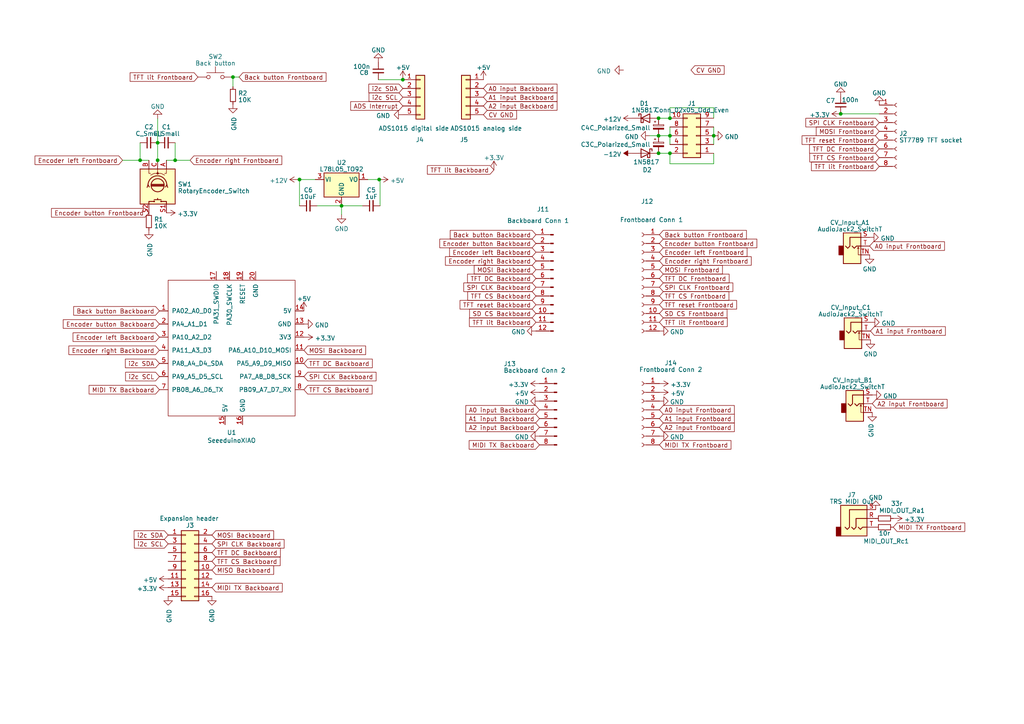
<source format=kicad_sch>
(kicad_sch (version 20230121) (generator eeschema)
  (paper "A4")
  (lib_symbols
    (symbol "Connector:Conn_01x08_Pin" (pin_names (offset 1.016) hide)
      (property "Reference" "J" (at 0 10.16 0))
      (property "Value" "Conn_01x08_Pin" (at 0 -12.7 0))
      (symbol "Conn_01x08_Pin_1_1"
        (pin passive line (at 5.08 7.62 180) (length 3.81) (name "Pin_1") (number "1"))
        (pin passive line (at 5.08 5.08 180) (length 3.81) (name "Pin_2") (number "2"))
        (pin passive line (at 5.08 2.54 180) (length 3.81) (name "Pin_3") (number "3"))
        (pin passive line (at 5.08 0 180) (length 3.81) (name "Pin_4") (number "4"))
        (pin passive line (at 5.08 -2.54 180) (length 3.81) (name "Pin_5") (number "5"))
        (pin passive line (at 5.08 -5.08 180) (length 3.81) (name "Pin_6") (number "6"))
        (pin passive line (at 5.08 -7.62 180) (length 3.81) (name "Pin_7") (number "7"))
        (pin passive line (at 5.08 -10.16 180) (length 3.81) (name "Pin_8") (number "8"))
      )
    )
    (symbol "Connector:Conn_01x08_Socket" (pin_names (offset 1.016) hide)
      (property "Reference" "J" (at 0 10.16 0))
      (property "Value" "Conn_01x08_Socket" (at 0 -12.7 0))
      (symbol "Conn_01x08_Socket_1_1"
        (pin passive line (at -5.08 7.62 0) (length 3.81) (name "Pin_1") (number "1"))
        (pin passive line (at -5.08 5.08 0) (length 3.81) (name "Pin_2") (number "2"))
        (pin passive line (at -5.08 2.54 0) (length 3.81) (name "Pin_3") (number "3"))
        (pin passive line (at -5.08 0 0) (length 3.81) (name "Pin_4") (number "4"))
        (pin passive line (at -5.08 -2.54 0) (length 3.81) (name "Pin_5") (number "5"))
        (pin passive line (at -5.08 -5.08 0) (length 3.81) (name "Pin_6") (number "6"))
        (pin passive line (at -5.08 -7.62 0) (length 3.81) (name "Pin_7") (number "7"))
        (pin passive line (at -5.08 -10.16 0) (length 3.81) (name "Pin_8") (number "8"))
      )
    )
    (symbol "Connector:Conn_01x12_Pin" (pin_names (offset 1.016) hide)
      (property "Reference" "J" (at 0 15.24 0))
      (property "Value" "Conn_01x12_Pin" (at 0 -17.78 0))
      (symbol "Conn_01x12_Pin_1_1"
        (pin passive line (at 5.08 12.7 180) (length 3.81) (name "Pin_1") (number "1"))
        (pin passive line (at 5.08 -10.16 180) (length 3.81) (name "Pin_10") (number "10"))
        (pin passive line (at 5.08 -12.7 180) (length 3.81) (name "Pin_11") (number "11"))
        (pin passive line (at 5.08 -15.24 180) (length 3.81) (name "Pin_12") (number "12"))
        (pin passive line (at 5.08 10.16 180) (length 3.81) (name "Pin_2") (number "2"))
        (pin passive line (at 5.08 7.62 180) (length 3.81) (name "Pin_3") (number "3"))
        (pin passive line (at 5.08 5.08 180) (length 3.81) (name "Pin_4") (number "4"))
        (pin passive line (at 5.08 2.54 180) (length 3.81) (name "Pin_5") (number "5"))
        (pin passive line (at 5.08 0 180) (length 3.81) (name "Pin_6") (number "6"))
        (pin passive line (at 5.08 -2.54 180) (length 3.81) (name "Pin_7") (number "7"))
        (pin passive line (at 5.08 -5.08 180) (length 3.81) (name "Pin_8") (number "8"))
        (pin passive line (at 5.08 -7.62 180) (length 3.81) (name "Pin_9") (number "9"))
      )
    )
    (symbol "Connector:Conn_01x12_Socket" (pin_names (offset 1.016) hide)
      (property "Reference" "J" (at 0 15.24 0))
      (property "Value" "Conn_01x12_Socket" (at 0 -17.78 0))
      (symbol "Conn_01x12_Socket_1_1"
        (pin passive line (at -5.08 12.7 0) (length 3.81) (name "Pin_1") (number "1"))
        (pin passive line (at -5.08 -10.16 0) (length 3.81) (name "Pin_10") (number "10"))
        (pin passive line (at -5.08 -12.7 0) (length 3.81) (name "Pin_11") (number "11"))
        (pin passive line (at -5.08 -15.24 0) (length 3.81) (name "Pin_12") (number "12"))
        (pin passive line (at -5.08 10.16 0) (length 3.81) (name "Pin_2") (number "2"))
        (pin passive line (at -5.08 7.62 0) (length 3.81) (name "Pin_3") (number "3"))
        (pin passive line (at -5.08 5.08 0) (length 3.81) (name "Pin_4") (number "4"))
        (pin passive line (at -5.08 2.54 0) (length 3.81) (name "Pin_5") (number "5"))
        (pin passive line (at -5.08 0 0) (length 3.81) (name "Pin_6") (number "6"))
        (pin passive line (at -5.08 -2.54 0) (length 3.81) (name "Pin_7") (number "7"))
        (pin passive line (at -5.08 -5.08 0) (length 3.81) (name "Pin_8") (number "8"))
        (pin passive line (at -5.08 -7.62 0) (length 3.81) (name "Pin_9") (number "9"))
      )
    )
    (symbol "Connector_Audio:AudioJack2_SwitchT"
      (property "Reference" "J" (at 0 8.89 0))
      (property "Value" "AudioJack2_SwitchT" (at 0 6.35 0))
      (symbol "AudioJack2_SwitchT_1_1"
        (pin passive line (at 5.08 2.54 180) (length 2.54) (name "~") (number "S"))
        (pin passive line (at 5.08 0 180) (length 2.54) (name "~") (number "T"))
        (pin passive line (at 5.08 -2.54 180) (length 2.54) (name "~") (number "TN"))
      )
    )
    (symbol "Connector_Audio:AudioJack3"
      (property "Reference" "J" (at 0 8.89 0))
      (property "Value" "AudioJack3" (at 0 6.35 0))
      (symbol "AudioJack3_1_1"
        (pin passive line (at 5.08 0 180) (length 2.54) (name "~") (number "R"))
        (pin passive line (at 5.08 2.54 180) (length 2.54) (name "~") (number "S"))
        (pin passive line (at 5.08 -2.54 180) (length 2.54) (name "~") (number "T"))
      )
    )
    (symbol "Connector_Generic:Conn_01x05" (pin_names (offset 1.016) hide)
      (property "Reference" "J" (at 0 7.62 0))
      (property "Value" "Conn_01x05" (at 0 -7.62 0))
      (symbol "Conn_01x05_1_1"
        (pin passive line (at -5.08 5.08 0) (length 3.81) (name "Pin_1") (number "1"))
        (pin passive line (at -5.08 2.54 0) (length 3.81) (name "Pin_2") (number "2"))
        (pin passive line (at -5.08 0 0) (length 3.81) (name "Pin_3") (number "3"))
        (pin passive line (at -5.08 -2.54 0) (length 3.81) (name "Pin_4") (number "4"))
        (pin passive line (at -5.08 -5.08 0) (length 3.81) (name "Pin_5") (number "5"))
      )
    )
    (symbol "Connector_Generic:Conn_02x05_Odd_Even" (pin_names (offset 1.016) hide)
      (property "Reference" "J" (at 1.27 7.62 0))
      (property "Value" "Conn_02x05_Odd_Even" (at 1.27 -7.62 0))
      (symbol "Conn_02x05_Odd_Even_1_1"
        (pin passive line (at -5.08 5.08 0) (length 3.81) (name "Pin_1") (number "1"))
        (pin passive line (at 7.62 -5.08 180) (length 3.81) (name "Pin_10") (number "10"))
        (pin passive line (at 7.62 5.08 180) (length 3.81) (name "Pin_2") (number "2"))
        (pin passive line (at -5.08 2.54 0) (length 3.81) (name "Pin_3") (number "3"))
        (pin passive line (at 7.62 2.54 180) (length 3.81) (name "Pin_4") (number "4"))
        (pin passive line (at -5.08 0 0) (length 3.81) (name "Pin_5") (number "5"))
        (pin passive line (at 7.62 0 180) (length 3.81) (name "Pin_6") (number "6"))
        (pin passive line (at -5.08 -2.54 0) (length 3.81) (name "Pin_7") (number "7"))
        (pin passive line (at 7.62 -2.54 180) (length 3.81) (name "Pin_8") (number "8"))
        (pin passive line (at -5.08 -5.08 0) (length 3.81) (name "Pin_9") (number "9"))
      )
    )
    (symbol "Connector_Generic:Conn_02x08_Odd_Even" (pin_names (offset 1.016) hide)
      (property "Reference" "J" (at 1.27 10.16 0))
      (property "Value" "Conn_02x08_Odd_Even" (at 1.27 -12.7 0))
      (symbol "Conn_02x08_Odd_Even_1_1"
        (pin passive line (at -5.08 7.62 0) (length 3.81) (name "Pin_1") (number "1"))
        (pin passive line (at 7.62 -2.54 180) (length 3.81) (name "Pin_10") (number "10"))
        (pin passive line (at -5.08 -5.08 0) (length 3.81) (name "Pin_11") (number "11"))
        (pin passive line (at 7.62 -5.08 180) (length 3.81) (name "Pin_12") (number "12"))
        (pin passive line (at -5.08 -7.62 0) (length 3.81) (name "Pin_13") (number "13"))
        (pin passive line (at 7.62 -7.62 180) (length 3.81) (name "Pin_14") (number "14"))
        (pin passive line (at -5.08 -10.16 0) (length 3.81) (name "Pin_15") (number "15"))
        (pin passive line (at 7.62 -10.16 180) (length 3.81) (name "Pin_16") (number "16"))
        (pin passive line (at 7.62 7.62 180) (length 3.81) (name "Pin_2") (number "2"))
        (pin passive line (at -5.08 5.08 0) (length 3.81) (name "Pin_3") (number "3"))
        (pin passive line (at 7.62 5.08 180) (length 3.81) (name "Pin_4") (number "4"))
        (pin passive line (at -5.08 2.54 0) (length 3.81) (name "Pin_5") (number "5"))
        (pin passive line (at 7.62 2.54 180) (length 3.81) (name "Pin_6") (number "6"))
        (pin passive line (at -5.08 0 0) (length 3.81) (name "Pin_7") (number "7"))
        (pin passive line (at 7.62 0 180) (length 3.81) (name "Pin_8") (number "8"))
        (pin passive line (at -5.08 -2.54 0) (length 3.81) (name "Pin_9") (number "9"))
      )
    )
    (symbol "Device:C_Polarized_Small" (pin_numbers hide) (pin_names (offset 0.254) hide)
      (property "Reference" "C" (at 0.254 1.778 0))
      (property "Value" "C_Polarized_Small" (at 0.254 -2.032 0))
      (symbol "C_Polarized_Small_1_1"
        (pin passive line (at 0 2.54 270) (length 1.8542) (name "~") (number "1"))
        (pin passive line (at 0 -2.54 90) (length 1.8542) (name "~") (number "2"))
      )
    )
    (symbol "Device:C_Small" (pin_numbers hide) (pin_names (offset 0.254) hide)
      (property "Reference" "C" (at 0.254 1.778 0))
      (property "Value" "C_Small" (at 0.254 -2.032 0))
      (symbol "C_Small_1_1"
        (pin passive line (at 0 2.54 270) (length 2.032) (name "~") (number "1"))
        (pin passive line (at 0 -2.54 90) (length 2.032) (name "~") (number "2"))
      )
    )
    (symbol "Device:R_Small" (pin_numbers hide) (pin_names (offset 0.254) hide)
      (property "Reference" "R" (at 0.762 0.508 0))
      (property "Value" "R_Small" (at 0.762 -1.016 0))
      (symbol "R_Small_1_1"
        (pin passive line (at 0 2.54 270) (length 0.762) (name "~") (number "1"))
        (pin passive line (at 0 -2.54 90) (length 0.762) (name "~") (number "2"))
      )
    )
    (symbol "Device:RotaryEncoder_Switch" (pin_names (offset 0.254) hide)
      (property "Reference" "SW" (at 0 6.604 0))
      (property "Value" "RotaryEncoder_Switch" (at 0 -6.604 0))
      (symbol "RotaryEncoder_Switch_1_1"
        (pin passive line (at -7.62 2.54 0) (length 2.54) (name "A") (number "A"))
        (pin passive line (at -7.62 -2.54 0) (length 2.54) (name "B") (number "B"))
        (pin passive line (at -7.62 0 0) (length 2.54) (name "C") (number "C"))
        (pin passive line (at 7.62 2.54 180) (length 2.54) (name "S1") (number "S1"))
        (pin passive line (at 7.62 -2.54 180) (length 2.54) (name "S2") (number "S2"))
      )
    )
    (symbol "Diode:1N5817" (pin_numbers hide) (pin_names (offset 1.016) hide)
      (property "Reference" "D" (at 0 2.54 0))
      (property "Value" "1N5817" (at 0 -2.54 0))
      (symbol "1N5817_1_1"
        (pin passive line (at -3.81 0 0) (length 2.54) (name "K") (number "1"))
        (pin passive line (at 3.81 0 180) (length 2.54) (name "A") (number "2"))
      )
    )
    (symbol "Regulator_Linear:L78L05_TO92" (pin_names (offset 0.254))
      (property "Reference" "U" (at -3.81 3.175 0))
      (property "Value" "L78L05_TO92" (at 0 3.175 0))
      (symbol "L78L05_TO92_1_1"
        (pin power_out line (at 7.62 0 180) (length 2.54) (name "VO") (number "1"))
        (pin power_in line (at 0 -7.62 90) (length 2.54) (name "GND") (number "2"))
        (pin power_in line (at -7.62 0 0) (length 2.54) (name "VI") (number "3"))
      )
    )
    (symbol "Switch:SW_Push" (pin_numbers hide) (pin_names (offset 1.016) hide)
      (property "Reference" "SW" (at 1.27 2.54 0))
      (property "Value" "SW_Push" (at 0 -1.524 0))
      (symbol "SW_Push_0_1"
        (pin passive line (at -5.08 0 0) (length 2.54) (name "1") (number "1"))
        (pin passive line (at 5.08 0 180) (length 2.54) (name "2") (number "2"))
      )
    )
    (symbol "microlidian-rescue:SeeeduinoXIAO-seeed_xiao" (pin_names (offset 1.016))
      (property "Reference" "U" (at -19.05 22.86 0))
      (property "Value" "seeed_xiao_SeeeduinoXIAO" (at -12.7 21.59 0))
      (symbol "SeeeduinoXIAO-seeed_xiao_1_1"
        (pin unspecified line (at -21.59 11.43 0) (length 2.54) (name "PA02_A0_D0") (number "1"))
        (pin unspecified line (at 20.32 -3.81 180) (length 2.54) (name "PA5_A9_D9_MISO") (number "10"))
        (pin unspecified line (at 20.32 0 180) (length 2.54) (name "PA6_A10_D10_MOSI") (number "11"))
        (pin unspecified line (at 20.32 3.81 180) (length 2.54) (name "3V3") (number "12"))
        (pin unspecified line (at 20.32 7.62 180) (length 2.54) (name "GND") (number "13"))
        (pin unspecified line (at 20.32 11.43 180) (length 2.54) (name "5V") (number "14"))
        (pin input line (at -2.54 -21.59 90) (length 2.54) (name "5V") (number "15"))
        (pin input line (at 2.54 -21.59 90) (length 2.54) (name "GND") (number "16"))
        (pin input line (at -5.08 22.86 270) (length 2.54) (name "PA31_SWDIO") (number "17"))
        (pin input line (at -1.27 22.86 270) (length 2.54) (name "PA30_SWCLK") (number "18"))
        (pin input line (at 2.54 22.86 270) (length 2.54) (name "RESET") (number "19"))
        (pin unspecified line (at -21.59 7.62 0) (length 2.54) (name "PA4_A1_D1") (number "2"))
        (pin input line (at 6.35 22.86 270) (length 2.54) (name "GND") (number "20"))
        (pin unspecified line (at -21.59 3.81 0) (length 2.54) (name "PA10_A2_D2") (number "3"))
        (pin unspecified line (at -21.59 0 0) (length 2.54) (name "PA11_A3_D3") (number "4"))
        (pin unspecified line (at -21.59 -3.81 0) (length 2.54) (name "PA8_A4_D4_SDA") (number "5"))
        (pin unspecified line (at -21.59 -7.62 0) (length 2.54) (name "PA9_A5_D5_SCL") (number "6"))
        (pin unspecified line (at -21.59 -11.43 0) (length 2.54) (name "PB08_A6_D6_TX") (number "7"))
        (pin unspecified line (at 20.32 -11.43 180) (length 2.54) (name "PB09_A7_D7_RX") (number "8"))
        (pin unspecified line (at 20.32 -7.62 180) (length 2.54) (name "PA7_A8_D8_SCK") (number "9"))
      )
    )
    (symbol "power:+12V" (power) (pin_names (offset 0))
      (property "Value" "+12V" (at 0 3.556 0))
      (symbol "+12V_1_1"
        (pin power_in line (at 0 0 90) (length 0) hide (name "+12V") (number "1"))
      )
    )
    (symbol "power:+3.3V" (power) (pin_names (offset 0))
      (property "Value" "+3.3V" (at 0 3.556 0))
      (symbol "+3.3V_1_1"
        (pin power_in line (at 0 0 90) (length 0) hide (name "+3.3V") (number "1"))
      )
    )
    (symbol "power:+5V" (power) (pin_names (offset 0))
      (property "Value" "+5V" (at 0 3.556 0))
      (symbol "+5V_1_1"
        (pin power_in line (at 0 0 90) (length 0) hide (name "+5V") (number "1"))
      )
    )
    (symbol "power:-12V" (power) (pin_names (offset 0))
      (property "Value" "-12V" (at 0 3.81 0))
      (symbol "-12V_0_0"
        (pin power_in line (at 0 0 90) (length 0) hide (name "-12V") (number "1"))
      )
    )
    (symbol "power:GND" (power) (pin_names (offset 0))
      (property "Value" "GND" (at 0 -3.81 0))
      (symbol "GND_1_1"
        (pin power_in line (at 0 0 270) (length 0) hide (name "GND") (number "1"))
      )
    )
  )
  (junction (at 207.01 39.37))
  (junction (at 191.008 39.37))
  (junction (at 50.8 46.482))
  (junction (at 194.31 39.37))
  (junction (at 109.982 52.07))
  (junction (at 194.31 44.45))
  (junction (at 116.84 23.114))
  (junction (at 45.72 46.482))
  (junction (at 194.31 34.29))
  (junction (at 191.008 44.45))
  (junction (at 40.64 46.482))
  (junction (at 86.868 52.07))
  (junction (at 67.564 22.352))
  (junction (at 243.84 33.02))
  (junction (at 99.06 59.69))
  (junction (at 191.008 34.29))
  (junction (at 45.72 41.402))
  (wire (pts (xy 67.564 22.352) (xy 69.342 22.352)))
  (wire (pts (xy 106.68 52.07) (xy 109.982 52.07)))
  (wire (pts (xy 207.01 47.498) (xy 207.01 44.45)))
  (wire (pts (xy 45.72 46.482) (xy 45.72 46.736)))
  (wire (pts (xy 40.64 46.482) (xy 43.18 46.482)))
  (wire (pts (xy 86.614 52.07) (xy 86.868 52.07)))
  (wire (pts (xy 86.868 52.07) (xy 91.44 52.07)))
  (wire (pts (xy 45.6692 46.482) (xy 45.72 46.482)))
  (wire (pts (xy 99.06 59.69) (xy 105.156 59.69)))
  (wire (pts (xy 194.31 31.242) (xy 194.31 34.29)))
  (wire (pts (xy 110.236 59.69) (xy 110.236 52.07)))
  (wire (pts (xy 86.868 52.07) (xy 86.868 59.69)))
  (wire (pts (xy 243.84 33.02) (xy 255.016 33.02)))
  (wire (pts (xy 194.31 39.37) (xy 194.31 41.91)))
  (wire (pts (xy 191.008 39.37) (xy 194.31 39.37)))
  (wire (pts (xy 194.31 36.83) (xy 194.31 39.37)))
  (wire (pts (xy 48.26 46.482) (xy 50.8 46.482)))
  (wire (pts (xy 109.728 23.114) (xy 116.84 23.114)))
  (wire (pts (xy 191.008 34.29) (xy 194.31 34.29)))
  (wire (pts (xy 50.8 46.482) (xy 50.8 41.402)))
  (wire (pts (xy 207.01 39.37) (xy 207.01 41.91)))
  (wire (pts (xy 207.01 34.29) (xy 207.01 31.242)))
  (wire (pts (xy 45.72 34.417) (xy 45.72 41.402)))
  (wire (pts (xy 45.72 41.402) (xy 45.72 46.482)))
  (wire (pts (xy 194.31 44.45) (xy 194.31 47.498)))
  (wire (pts (xy 109.982 52.07) (xy 110.236 52.07)))
  (wire (pts (xy 191.008 44.45) (xy 194.31 44.45)))
  (wire (pts (xy 67.564 22.352) (xy 67.564 25.146)))
  (wire (pts (xy 50.8 46.482) (xy 55.118 46.482)))
  (wire (pts (xy 91.948 59.69) (xy 99.06 59.69)))
  (wire (pts (xy 35.56 46.482) (xy 40.64 46.482)))
  (wire (pts (xy 40.64 41.402) (xy 40.64 46.482)))
  (wire (pts (xy 194.31 47.498) (xy 207.01 47.498)))
  (wire (pts (xy 99.06 59.69) (xy 99.06 62.23)))
  (wire (pts (xy 188.468 39.37) (xy 191.008 39.37)))
  (wire (pts (xy 207.01 36.83) (xy 207.01 39.37)))
  (wire (pts (xy 207.01 31.242) (xy 194.31 31.242)))
  (global_label "SD CS Backboard" (shape input) (at 155.448 90.932 180) (property "Intersheetrefs" "${INTERSHEET_REFS}" (effects hide)))
  (global_label "A2 input Backboard" (shape input) (at 156.464 123.952 180) (property "Intersheetrefs" "${INTERSHEET_REFS}" (effects hide)))
  (global_label "Encoder left Backboard" (shape input) (at 46.228 97.79 180) (property "Intersheetrefs" "${INTERSHEET_REFS}" (effects hide)))
  (global_label "A0 input Backboard" (shape input) (at 156.464 118.872 180) (property "Intersheetrefs" "${INTERSHEET_REFS}" (effects hide)))
  (global_label "MISO Backboard" (shape input) (at 61.468 165.354 0) (property "Intersheetrefs" "${INTERSHEET_REFS}" (effects hide)))
  (global_label "TFT DC Backboard" (shape input) (at 155.448 80.772 180) (property "Intersheetrefs" "${INTERSHEET_REFS}" (effects hide)))
  (global_label "MIDI TX Frontboard" (shape input) (at 191.262 129.032 0) (property "Intersheetrefs" "${INTERSHEET_REFS}" (effects hide)))
  (global_label "TFT DC Frontboard" (shape input) (at 255.016 43.18 180) (property "Intersheetrefs" "${INTERSHEET_REFS}" (effects hide)))
  (global_label "Back button Backboard" (shape input) (at 46.228 90.17 180) (property "Intersheetrefs" "${INTERSHEET_REFS}" (effects hide)))
  (global_label "CV GND" (shape input) (at 140.208 33.274 0) (property "Intersheetrefs" "${INTERSHEET_REFS}" (effects hide)))
  (global_label "TFT CS Frontboard" (shape input) (at 191.262 85.852 0) (property "Intersheetrefs" "${INTERSHEET_REFS}" (effects hide)))
  (global_label "TFT CS Backboard" (shape input) (at 88.138 113.03 0) (property "Intersheetrefs" "${INTERSHEET_REFS}" (effects hide)))
  (global_label "MIDI TX Backboard" (shape input) (at 61.468 170.434 0) (property "Intersheetrefs" "${INTERSHEET_REFS}" (effects hide)))
  (global_label "MOSI Backboard" (shape input) (at 88.138 101.6 0) (property "Intersheetrefs" "${INTERSHEET_REFS}" (effects hide)))
  (global_label "TFT CS Frontboard" (shape input) (at 255.016 45.72 180) (property "Intersheetrefs" "${INTERSHEET_REFS}" (effects hide)))
  (global_label "TFT DC Frontboard" (shape input) (at 191.262 80.772 0) (property "Intersheetrefs" "${INTERSHEET_REFS}" (effects hide)))
  (global_label "Encoder right Backboard" (shape input) (at 155.448 75.692 180) (property "Intersheetrefs" "${INTERSHEET_REFS}" (effects hide)))
  (global_label "ADS Interrupt" (shape input) (at 116.84 30.734 180) (property "Intersheetrefs" "${INTERSHEET_REFS}" (effects hide)))
  (global_label "SPI CLK Frontboard" (shape input) (at 255.016 35.56 180) (property "Intersheetrefs" "${INTERSHEET_REFS}" (effects hide)))
  (global_label "i2c SDA" (shape input) (at 116.84 25.654 180) (property "Intersheetrefs" "${INTERSHEET_REFS}" (effects hide)))
  (global_label "SPI CLK Backboard" (shape input) (at 155.448 83.312 180) (property "Intersheetrefs" "${INTERSHEET_REFS}" (effects hide)))
  (global_label "A0 input Backboard" (shape input) (at 140.208 25.654 0) (property "Intersheetrefs" "${INTERSHEET_REFS}" (effects hide)))
  (global_label "Back button Backboard" (shape input) (at 155.448 68.072 180) (property "Intersheetrefs" "${INTERSHEET_REFS}" (effects hide)))
  (global_label "TFT DC Backboard" (shape input) (at 61.468 160.274 0) (property "Intersheetrefs" "${INTERSHEET_REFS}" (effects hide)))
  (global_label "TFT lit Backboard" (shape input) (at 143.256 49.276 180) (property "Intersheetrefs" "${INTERSHEET_REFS}" (effects hide)))
  (global_label "SPI CLK Backboard" (shape input) (at 61.468 157.734 0) (property "Intersheetrefs" "${INTERSHEET_REFS}" (effects hide)))
  (global_label "A2 input Frontboard" (shape input) (at 252.984 117.094 0) (property "Intersheetrefs" "${INTERSHEET_REFS}" (effects hide)))
  (global_label "TFT lit Frontboard" (shape input) (at 255.016 48.26 180) (property "Intersheetrefs" "${INTERSHEET_REFS}" (effects hide)))
  (global_label "MIDI TX Backboard" (shape input) (at 156.464 129.032 180) (property "Intersheetrefs" "${INTERSHEET_REFS}" (effects hide)))
  (global_label "Encoder left Frontboard" (shape input) (at 35.56 46.482 180) (property "Intersheetrefs" "${INTERSHEET_REFS}" (effects hide)))
  (global_label "A0 input Frontboard" (shape input) (at 191.262 118.872 0) (property "Intersheetrefs" "${INTERSHEET_REFS}" (effects hide)))
  (global_label "TFT CS Backboard" (shape input) (at 155.448 85.852 180) (property "Intersheetrefs" "${INTERSHEET_REFS}" (effects hide)))
  (global_label "SPI CLK Frontboard" (shape input) (at 191.262 83.312 0) (property "Intersheetrefs" "${INTERSHEET_REFS}" (effects hide)))
  (global_label "A1 input Frontboard" (shape input) (at 191.262 121.412 0) (property "Intersheetrefs" "${INTERSHEET_REFS}" (effects hide)))
  (global_label "TFT reset Frontboard" (shape input) (at 255.016 40.64 180) (property "Intersheetrefs" "${INTERSHEET_REFS}" (effects hide)))
  (global_label "MOSI Backboard" (shape input) (at 155.448 78.232 180) (property "Intersheetrefs" "${INTERSHEET_REFS}" (effects hide)))
  (global_label "SD CS Frontboard" (shape input) (at 191.262 90.932 0) (property "Intersheetrefs" "${INTERSHEET_REFS}" (effects hide)))
  (global_label "CV GND" (shape input) (at 200.406 20.32 0) (property "Intersheetrefs" "${INTERSHEET_REFS}" (effects hide)))
  (global_label "TFT CS Backboard" (shape input) (at 61.468 162.814 0) (property "Intersheetrefs" "${INTERSHEET_REFS}" (effects hide)))
  (global_label "MOSI Backboard" (shape input) (at 61.468 155.194 0) (property "Intersheetrefs" "${INTERSHEET_REFS}" (effects hide)))
  (global_label "Encoder right Frontboard" (shape input) (at 55.118 46.482 0) (property "Intersheetrefs" "${INTERSHEET_REFS}" (effects hide)))
  (global_label "TFT lit Frontboard" (shape input) (at 57.404 22.352 180) (property "Intersheetrefs" "${INTERSHEET_REFS}" (effects hide)))
  (global_label "i2c SCL" (shape input) (at 116.84 28.194 180) (property "Intersheetrefs" "${INTERSHEET_REFS}" (effects hide)))
  (global_label "Encoder button Frontboard" (shape input) (at 191.262 70.612 0) (property "Intersheetrefs" "${INTERSHEET_REFS}" (effects hide)))
  (global_label "i2c SDA" (shape input) (at 48.768 155.194 180) (property "Intersheetrefs" "${INTERSHEET_REFS}" (effects hide)))
  (global_label "Encoder button Backboard" (shape input) (at 46.228 93.98 180) (property "Intersheetrefs" "${INTERSHEET_REFS}" (effects hide)))
  (global_label "A2 input Backboard" (shape input) (at 140.208 30.734 0) (property "Intersheetrefs" "${INTERSHEET_REFS}" (effects hide)))
  (global_label "Back button Frontboard" (shape input) (at 191.262 68.072 0) (property "Intersheetrefs" "${INTERSHEET_REFS}" (effects hide)))
  (global_label "Back button Frontboard" (shape input) (at 69.342 22.352 0) (property "Intersheetrefs" "${INTERSHEET_REFS}" (effects hide)))
  (global_label "A1 input Backboard" (shape input) (at 140.208 28.194 0) (property "Intersheetrefs" "${INTERSHEET_REFS}" (effects hide)))
  (global_label "TFT reset Frontboard" (shape input) (at 191.262 88.392 0) (property "Intersheetrefs" "${INTERSHEET_REFS}" (effects hide)))
  (global_label "Encoder button Frontboard" (shape input) (at 43.18 61.722 180) (property "Intersheetrefs" "${INTERSHEET_REFS}" (effects hide)))
  (global_label "i2c SCL" (shape input) (at 48.768 157.734 180) (property "Intersheetrefs" "${INTERSHEET_REFS}" (effects hide)))
  (global_label "TFT reset Backboard" (shape input) (at 155.448 88.392 180) (property "Intersheetrefs" "${INTERSHEET_REFS}" (effects hide)))
  (global_label "MIDI TX Backboard" (shape input) (at 46.228 113.03 180) (property "Intersheetrefs" "${INTERSHEET_REFS}" (effects hide)))
  (global_label "i2c SDA" (shape input) (at 46.228 105.41 180) (property "Intersheetrefs" "${INTERSHEET_REFS}" (effects hide)))
  (global_label "MOSI Frontboard" (shape input) (at 191.262 78.232 0) (property "Intersheetrefs" "${INTERSHEET_REFS}" (effects hide)))
  (global_label "MOSI Frontboard" (shape input) (at 255.016 38.1 180) (property "Intersheetrefs" "${INTERSHEET_REFS}" (effects hide)))
  (global_label "Encoder right Backboard" (shape input) (at 46.228 101.6 180) (property "Intersheetrefs" "${INTERSHEET_REFS}" (effects hide)))
  (global_label "A1 input Frontboard" (shape input) (at 252.476 96.012 0) (property "Intersheetrefs" "${INTERSHEET_REFS}" (effects hide)))
  (global_label "Encoder button Backboard" (shape input) (at 155.448 70.612 180) (property "Intersheetrefs" "${INTERSHEET_REFS}" (effects hide)))
  (global_label "TFT lit Backboard" (shape input) (at 155.448 93.472 180) (property "Intersheetrefs" "${INTERSHEET_REFS}" (effects hide)))
  (global_label "i2c SCL" (shape input) (at 46.228 109.22 180) (property "Intersheetrefs" "${INTERSHEET_REFS}" (effects hide)))
  (global_label "SPI CLK Backboard" (shape input) (at 88.138 109.22 0) (property "Intersheetrefs" "${INTERSHEET_REFS}" (effects hide)))
  (global_label "A1 input Backboard" (shape input) (at 156.464 121.412 180) (property "Intersheetrefs" "${INTERSHEET_REFS}" (effects hide)))
  (global_label "TFT lit Frontboard" (shape input) (at 191.262 93.472 0) (property "Intersheetrefs" "${INTERSHEET_REFS}" (effects hide)))
  (global_label "Encoder left Backboard" (shape input) (at 155.448 73.152 180) (property "Intersheetrefs" "${INTERSHEET_REFS}" (effects hide)))
  (global_label "Encoder right Frontboard" (shape input) (at 191.262 75.692 0) (property "Intersheetrefs" "${INTERSHEET_REFS}" (effects hide)))
  (global_label "TFT DC Backboard" (shape input) (at 88.138 105.41 0) (property "Intersheetrefs" "${INTERSHEET_REFS}" (effects hide)))
  (global_label "Encoder left Frontboard" (shape input) (at 191.262 73.152 0) (property "Intersheetrefs" "${INTERSHEET_REFS}" (effects hide)))
  (global_label "A0 input Frontboard" (shape input) (at 252.222 71.374 0) (property "Intersheetrefs" "${INTERSHEET_REFS}" (effects hide)))
  (global_label "MIDI TX Frontboard" (shape input) (at 259.08 152.908 0) (property "Intersheetrefs" "${INTERSHEET_REFS}" (effects hide)))
  (global_label "A2 input Frontboard" (shape input) (at 191.262 123.952 0) (property "Intersheetrefs" "${INTERSHEET_REFS}" (effects hide)))
  (symbol (lib_id "microlidian-rescue:SeeeduinoXIAO-seeed_xiao") (at 67.818 101.6 0) (unit 1)
    (property "Reference" "U1" (at 67.183 125.4506 0))
    (property "Value" "SeeeduinoXIAO" (at 67.183 127.762 0))
    (property "Footprint" "Seeeduino XIAO KICAD:xiao-tht" (effects hide))
  )
  (symbol (lib_id "power:GND") (at 180.848 20.32 270) (unit 1)
    (property "Reference" "#PWR045" (effects hide))
    (property "Value" "GND" (at 177.1904 20.6248 90) (effects (justify right)))
  )
  (symbol (lib_id "power:+12V") (at 86.614 52.07 90) (unit 1)
    (property "Reference" "#PWR017" (effects hide))
    (property "Value" "+12V" (at 83.439 52.3868 90) (effects (justify left)))
  )
  (symbol (lib_id "power:GND") (at 252.476 93.472 90) (unit 1)
    (property "Reference" "#PWR037" (effects hide))
    (property "Value" "GND" (at 255.651 93.7888 90) (effects (justify right)))
  )
  (symbol (lib_id "Connector_Audio:AudioJack2_SwitchT") (at 247.904 117.094 0) (unit 1)
    (property "Reference" "CV_Input_B1" (at 247.269 110.2741 0))
    (property "Value" "AudioJack2_SwitchT" (at 247.269 112.1951 0))
    (property "Footprint" "Connector_Audio:Jack_3.5mm_QingPu_WQP-PJ398SM_Vertical_CircularHoles" (effects hide))
  )
  (symbol (lib_id "power:+5V") (at 156.464 113.792 90) (unit 1)
    (property "Reference" "#PWR023" (effects hide))
    (property "Value" "+5V" (at 153.2891 114.1088 90) (effects (justify left)))
  )
  (symbol (lib_id "power:+12V") (at 183.388 34.29 90) (unit 1)
    (property "Reference" "#PWR013" (effects hide))
    (property "Value" "+12V" (at 180.213 34.6068 90) (effects (justify left)))
  )
  (symbol (lib_id "power:+3.3V") (at 143.256 49.276 0) (unit 1)
    (property "Reference" "#PWR07" (effects hide))
    (property "Value" "+3.3V" (at 143.256 45.7741 0))
  )
  (symbol (lib_id "power:GND") (at 156.464 126.492 270) (unit 1)
    (property "Reference" "#PWR031" (effects hide))
    (property "Value" "GND" (at 153.416 126.746 90) (effects (justify right)))
  )
  (symbol (lib_id "power:GND") (at 252.476 98.552 0) (unit 1)
    (property "Reference" "#PWR040" (effects hide))
    (property "Value" "GND" (at 252.476 102.6875 0))
  )
  (symbol (lib_id "Switch:SW_Push") (at 62.484 22.352 0) (unit 1)
    (property "Reference" "SW2" (at 62.484 16.4211 0))
    (property "Value" "Back button" (at 62.484 18.3421 0))
    (property "Footprint" "Button_Switch_THT:SW_PUSH_6mm_H13mm" (effects hide))
  )
  (symbol (lib_id "power:GND") (at 61.468 172.974 0) (unit 1)
    (property "Reference" "#PWR041" (effects hide))
    (property "Value" "GND" (at 61.468 176.53 90) (effects (justify right)))
  )
  (symbol (lib_id "power:+3.3V") (at 156.464 111.252 90) (unit 1)
    (property "Reference" "#PWR022" (effects hide))
    (property "Value" "+3.3V" (at 153.289 111.5688 90) (effects (justify left)))
  )
  (symbol (lib_id "Connector:Conn_01x12_Socket") (at 186.182 80.772 0) (mirror y) (unit 1)
    (property "Reference" "J12" (at 187.706 58.42 0))
    (property "Value" "Frontboard Conn 1" (at 188.976 63.754 0))
    (property "Footprint" "Connector_PinSocket_2.54mm:PinSocket_1x12_P2.54mm_Vertical" (effects hide))
  )
  (symbol (lib_id "power:GND") (at 252.222 68.834 90) (unit 1)
    (property "Reference" "#PWR036" (effects hide))
    (property "Value" "GND" (at 255.397 69.1508 90) (effects (justify right)))
  )
  (symbol (lib_id "power:GND") (at 43.18 66.802 0) (unit 1)
    (property "Reference" "#PWR027" (effects hide))
    (property "Value" "GND" (at 43.4848 70.4596 90) (effects (justify right)))
  )
  (symbol (lib_id "Connector_Generic:Conn_01x05") (at 135.128 28.194 0) (mirror y) (unit 1)
    (property "Reference" "J5" (at 135.7884 40.5384 0) (effects (justify left)))
    (property "Value" "ADS1015 analog side" (at 151.4348 37.2364 0) (effects (justify left)))
    (property "Footprint" "Connector_PinSocket_2.54mm:PinSocket_1x05_P2.54mm_Vertical" (effects hide))
  )
  (symbol (lib_id "Device:R_Small") (at 67.564 27.686 0) (unit 1)
    (property "Reference" "R2" (at 69.0626 27.0423 0) (effects (justify left)))
    (property "Value" "10K" (at 69.0626 28.9633 0) (effects (justify left)))
    (property "Footprint" "Resistor_THT:R_Axial_DIN0207_L6.3mm_D2.5mm_P7.62mm_Horizontal" (effects hide))
  )
  (symbol (lib_id "power:GND") (at 207.01 39.37 90) (unit 1)
    (property "Reference" "#PWR016" (effects hide))
    (property "Value" "GND" (at 210.185 39.6868 90) (effects (justify right)))
  )
  (symbol (lib_id "power:GND") (at 155.448 96.012 270) (unit 1)
    (property "Reference" "#PWR025" (effects hide))
    (property "Value" "GND" (at 152.4 96.266 90) (effects (justify right)))
  )
  (symbol (lib_id "Device:C_Small") (at 109.728 20.574 0) (unit 1)
    (property "Reference" "C8" (at 106.934 21.082 0) (effects (justify right)))
    (property "Value" "100n" (at 107.4039 19.3031 0) (effects (justify right)))
    (property "Footprint" "Capacitor_THT:C_Disc_D5.0mm_W2.5mm_P5.00mm" (effects hide))
  )
  (symbol (lib_id "Device:R_Small") (at 256.54 150.368 90) (unit 1)
    (property "Reference" "MIDI_OUT_Ra1" (at 261.62 148.082 90))
    (property "Value" "33r" (at 260.096 146.05 90))
    (property "Footprint" "Resistor_THT:R_Axial_DIN0207_L6.3mm_D2.5mm_P7.62mm_Horizontal" (effects hide))
  )
  (symbol (lib_id "power:+3.3V") (at 259.08 150.368 270) (unit 1)
    (property "Reference" "#PWR020" (effects hide))
    (property "Value" "+3.3V" (at 262.255 150.6848 90) (effects (justify left)))
  )
  (symbol (lib_id "Connector:Conn_01x08_Pin") (at 161.544 118.872 0) (mirror y) (unit 1)
    (property "Reference" "J13" (at 146.05 105.521 0) (effects (justify right)))
    (property "Value" "Backboard Conn 2" (at 146.05 107.442 0) (effects (justify right)))
    (property "Footprint" "Connector_PinHeader_2.54mm:PinHeader_1x08_P2.54mm_Vertical" (effects hide))
  )
  (symbol (lib_id "Connector_Audio:AudioJack2_SwitchT") (at 247.142 71.374 0) (unit 1)
    (property "Reference" "CV_Input_A1" (at 246.507 64.5541 0))
    (property "Value" "AudioJack2_SwitchT" (at 246.507 66.4751 0))
    (property "Footprint" "Connector_Audio:Jack_3.5mm_QingPu_WQP-PJ398SM_Vertical_CircularHoles" (effects hide))
  )
  (symbol (lib_id "power:+5V") (at 88.138 90.17 0) (unit 1)
    (property "Reference" "#PWR019" (effects hide))
    (property "Value" "+5V" (at 88.138 86.6681 0))
  )
  (symbol (lib_id "power:+3.3V") (at 243.84 33.02 90) (unit 1)
    (property "Reference" "#PWR035" (effects hide))
    (property "Value" "+3.3V" (at 240.665 33.3368 90) (effects (justify left)))
  )
  (symbol (lib_id "power:GND") (at 243.84 27.94 180) (unit 1)
    (property "Reference" "#PWR06" (effects hide))
    (property "Value" "GND" (at 243.84 24.4381 0))
  )
  (symbol (lib_id "power:GND") (at 48.768 172.974 0) (unit 1)
    (property "Reference" "#PWR042" (effects hide))
    (property "Value" "GND" (at 49.0728 176.6316 90) (effects (justify right)))
  )
  (symbol (lib_id "power:GND") (at 252.984 114.554 90) (unit 1)
    (property "Reference" "#PWR038" (effects hide))
    (property "Value" "GND" (at 256.159 114.8708 90) (effects (justify right)))
  )
  (symbol (lib_id "power:GND") (at 191.262 126.492 90) (mirror x) (unit 1)
    (property "Reference" "#PWR033" (effects hide))
    (property "Value" "GND" (at 194.31 126.746 90) (effects (justify right)))
  )
  (symbol (lib_id "Device:R_Small") (at 256.54 152.908 90) (unit 1)
    (property "Reference" "MIDI_OUT_Rc1" (at 257.048 156.972 90))
    (property "Value" "10r" (at 256.54 154.686 90))
    (property "Footprint" "Resistor_THT:R_Axial_DIN0207_L6.3mm_D2.5mm_P7.62mm_Horizontal" (effects hide))
  )
  (symbol (lib_id "power:GND") (at 99.06 62.23 0) (unit 1)
    (property "Reference" "#PWR015" (effects hide))
    (property "Value" "GND" (at 99.06 66.3655 0))
  )
  (symbol (lib_id "power:+5V") (at 116.84 23.114 0) (unit 1)
    (property "Reference" "#PWR02" (effects hide))
    (property "Value" "+5V" (at 116.84 19.6121 0))
  )
  (symbol (lib_id "Device:R_Small") (at 43.18 64.262 0) (unit 1)
    (property "Reference" "R1" (at 44.6786 63.6183 0) (effects (justify left)))
    (property "Value" "10K" (at 44.6786 65.5393 0) (effects (justify left)))
    (property "Footprint" "Resistor_THT:R_Axial_DIN0207_L6.3mm_D2.5mm_P7.62mm_Horizontal" (effects hide))
  )
  (symbol (lib_id "Device:C_Small") (at 43.18 41.402 90) (unit 1)
    (property "Reference" "C2" (at 43.1863 36.83 90))
    (property "Value" "C_Small" (at 43.1863 38.751 90))
    (property "Footprint" "Capacitor_THT:C_Axial_L3.8mm_D2.6mm_P7.50mm_Horizontal" (effects hide))
  )
  (symbol (lib_id "Connector_Generic:Conn_01x05") (at 121.92 28.194 0) (unit 1)
    (property "Reference" "J4" (at 120.5484 40.5384 0) (effects (justify left)))
    (property "Value" "ADS1015 digital side" (at 109.7788 37.2364 0) (effects (justify left)))
    (property "Footprint" "Connector_PinSocket_2.54mm:PinSocket_1x05_P2.54mm_Vertical" (effects hide))
  )
  (symbol (lib_id "power:+3.3V") (at 48.768 170.434 90) (unit 1)
    (property "Reference" "#PWR044" (effects hide))
    (property "Value" "+3.3V" (at 45.593 170.7508 90) (effects (justify left)))
  )
  (symbol (lib_id "power:+5V") (at 140.208 23.114 0) (unit 1)
    (property "Reference" "#PWR01" (effects hide))
    (property "Value" "+5V" (at 140.208 19.6121 0))
  )
  (symbol (lib_id "Device:C_Small") (at 107.696 59.69 90) (unit 1)
    (property "Reference" "C5" (at 107.7023 55.118 90))
    (property "Value" "1uF" (at 107.7023 57.039 90))
    (property "Footprint" "Capacitor_THT:C_Axial_L3.8mm_D2.6mm_P7.50mm_Horizontal" (effects hide))
  )
  (symbol (lib_id "power:+3.3V") (at 191.262 111.252 270) (mirror x) (unit 1)
    (property "Reference" "#PWR028" (effects hide))
    (property "Value" "+3.3V" (at 194.437 111.5688 90) (effects (justify left)))
  )
  (symbol (lib_id "Diode:1N5817") (at 187.198 34.29 0) (unit 1)
    (property "Reference" "D1" (at 186.8805 30.0101 0))
    (property "Value" "1N5817" (at 186.8805 31.9311 0))
    (property "Footprint" "Diode_THT:D_DO-41_SOD81_P10.16mm_Horizontal" (effects hide))
    (property "Datasheet" "http://www.vishay.com/docs/88525/1n5817.pdf" (effects hide))
  )
  (symbol (lib_id "Device:C_Polarized_Small") (at 191.008 36.83 0) (unit 1)
    (property "Reference" "C4" (at 168.402 37.084 0) (effects (justify left)))
    (property "Value" "C_Polarized_Small" (at 170.942 37.084 0) (effects (justify left)))
    (property "Footprint" "Capacitor_THT:CP_Radial_D5.0mm_P2.50mm" (effects hide))
  )
  (symbol (lib_id "power:GND") (at 45.72 34.417 180) (unit 1)
    (property "Reference" "#PWR010" (effects hide))
    (property "Value" "GND" (at 45.72 30.9151 0))
  )
  (symbol (lib_id "power:GND") (at 67.564 30.226 0) (unit 1)
    (property "Reference" "#PWR034" (effects hide))
    (property "Value" "GND" (at 67.8688 33.8836 90) (effects (justify right)))
  )
  (symbol (lib_id "Device:RotaryEncoder_Switch") (at 45.72 54.102 270) (unit 1)
    (property "Reference" "SW1" (at 51.562 53.4583 90) (effects (justify left)))
    (property "Value" "RotaryEncoder_Switch" (at 51.562 55.3793 90) (effects (justify left)))
    (property "Footprint" "Rotary_Encoder:RotaryEncoder_Alps_EC12E-Switch_Vertical_H20mm" (effects hide))
  )
  (symbol (lib_id "power:GND") (at 191.262 116.332 90) (mirror x) (unit 1)
    (property "Reference" "#PWR030" (effects hide))
    (property "Value" "GND" (at 194.31 116.586 90) (effects (justify right)))
  )
  (symbol (lib_id "power:GND") (at 252.222 73.914 0) (unit 1)
    (property "Reference" "#PWR018" (effects hide))
    (property "Value" "GND" (at 252.222 78.0495 0))
  )
  (symbol (lib_id "power:+5V") (at 191.262 113.792 270) (mirror x) (unit 1)
    (property "Reference" "#PWR029" (effects hide))
    (property "Value" "+5V" (at 194.4369 114.1088 90) (effects (justify left)))
  )
  (symbol (lib_id "power:GND") (at 88.138 93.98 90) (unit 1)
    (property "Reference" "#PWR08" (effects hide))
    (property "Value" "GND" (at 91.313 94.2968 90) (effects (justify right)))
  )
  (symbol (lib_id "power:+3.3V") (at 88.138 97.79 270) (unit 1)
    (property "Reference" "#PWR09" (effects hide))
    (property "Value" "+3.3V" (at 91.313 98.1068 90) (effects (justify left)))
  )
  (symbol (lib_id "Connector:Conn_01x08_Socket") (at 186.182 118.872 0) (mirror y) (unit 1)
    (property "Reference" "J14" (at 194.564 105.267 0))
    (property "Value" "Frontboard Conn 2" (at 194.564 107.188 0))
    (property "Footprint" "Connector_PinSocket_2.54mm:PinSocket_1x08_P2.54mm_Vertical" (effects hide))
  )
  (symbol (lib_id "power:-12V") (at 183.388 44.45 90) (unit 1)
    (property "Reference" "#PWR014" (effects hide))
    (property "Value" "-12V" (at 180.213 44.7668 90) (effects (justify left)))
  )
  (symbol (lib_id "power:GND") (at 116.84 33.274 270) (unit 1)
    (property "Reference" "#PWR03" (effects hide))
    (property "Value" "GND" (at 113.1824 33.5788 90) (effects (justify right)))
  )
  (symbol (lib_id "Device:C_Polarized_Small") (at 191.008 41.91 0) (unit 1)
    (property "Reference" "C3" (at 168.402 41.91 0) (effects (justify left)))
    (property "Value" "C_Polarized_Small" (at 170.942 41.91 0) (effects (justify left)))
    (property "Footprint" "Capacitor_THT:CP_Radial_D5.0mm_P2.50mm" (effects hide))
  )
  (symbol (lib_id "Device:C_Small") (at 243.84 30.48 180) (unit 1)
    (property "Reference" "C7" (at 239.522 29.21 0) (effects (justify right)))
    (property "Value" "100n" (at 244.094 28.956 0) (effects (justify right)))
    (property "Footprint" "Capacitor_THT:C_Disc_D5.0mm_W2.5mm_P5.00mm" (effects hide))
  )
  (symbol (lib_id "Connector:Conn_01x12_Pin") (at 160.528 80.772 0) (mirror y) (unit 1)
    (property "Reference" "J11" (at 155.702 60.706 0) (effects (justify right)))
    (property "Value" "Backboard Conn 1" (at 147.066 64.008 0) (effects (justify right)))
    (property "Footprint" "Connector_PinHeader_2.54mm:PinHeader_1x12_P2.54mm_Vertical" (effects hide))
  )
  (symbol (lib_id "power:+3.3V") (at 48.26 61.722 270) (unit 1)
    (property "Reference" "#PWR032" (effects hide))
    (property "Value" "+3.3V" (at 51.435 62.0388 90) (effects (justify left)))
  )
  (symbol (lib_id "Connector_Audio:AudioJack3") (at 248.92 150.368 0) (unit 1)
    (property "Reference" "J7" (at 247.015 143.5481 0))
    (property "Value" "TRS MIDI Out" (at 247.015 145.4691 0))
    (property "Footprint" "doctea:Jack_3.5mm_QingPu_WQP-PJ398SM_TRS_Vertical_CircularHoles" (effects hide))
  )
  (symbol (lib_id "Connector:Conn_01x08_Socket") (at 260.096 38.1 0) (unit 1)
    (property "Reference" "J2" (at 260.8072 38.7263 0) (effects (justify left)))
    (property "Value" "ST7789 TFT socket" (at 260.8072 40.6473 0) (effects (justify left)))
    (property "Footprint" "doctea:st7789_1.14_tzt" (effects hide))
  )
  (symbol (lib_id "power:GND") (at 156.464 116.332 270) (unit 1)
    (property "Reference" "#PWR024" (effects hide))
    (property "Value" "GND" (at 153.416 116.586 90) (effects (justify right)))
  )
  (symbol (lib_id "power:GND") (at 109.728 18.034 180) (unit 1)
    (property "Reference" "#PWR04" (effects hide))
    (property "Value" "GND" (at 109.728 14.5321 0))
  )
  (symbol (lib_id "Connector_Audio:AudioJack2_SwitchT") (at 247.396 96.012 0) (unit 1)
    (property "Reference" "CV_Input_C1" (at 246.761 89.1921 0))
    (property "Value" "AudioJack2_SwitchT" (at 246.761 91.1131 0))
    (property "Footprint" "Connector_Audio:Jack_3.5mm_QingPu_WQP-PJ398SM_Vertical_CircularHoles" (effects hide))
  )
  (symbol (lib_id "power:GND") (at 255.016 30.48 180) (unit 1)
    (property "Reference" "#PWR05" (effects hide))
    (property "Value" "GND" (at 255.016 26.9781 0))
  )
  (symbol (lib_id "Device:C_Small") (at 89.408 59.69 90) (unit 1)
    (property "Reference" "C6" (at 89.4143 55.118 90))
    (property "Value" "10uF" (at 89.4143 57.039 90))
    (property "Footprint" "Capacitor_THT:C_Axial_L3.8mm_D2.6mm_P7.50mm_Horizontal" (effects hide))
  )
  (symbol (lib_id "power:GND") (at 191.262 96.012 90) (mirror x) (unit 1)
    (property "Reference" "#PWR026" (effects hide))
    (property "Value" "GND" (at 194.31 96.266 90) (effects (justify right)))
  )
  (symbol (lib_id "Device:C_Small") (at 48.26 41.402 90) (unit 1)
    (property "Reference" "C1" (at 48.2663 36.83 90))
    (property "Value" "C_Small" (at 48.2663 38.751 90))
    (property "Footprint" "Capacitor_THT:C_Axial_L3.8mm_D2.6mm_P7.50mm_Horizontal" (effects hide))
  )
  (symbol (lib_id "power:GND") (at 188.468 39.37 270) (unit 1)
    (property "Reference" "#PWR011" (effects hide))
    (property "Value" "GND" (at 185.2931 39.6868 90) (effects (justify right)))
  )
  (symbol (lib_id "Connector_Generic:Conn_02x08_Odd_Even") (at 53.848 162.814 0) (unit 1)
    (property "Reference" "J3" (at 55.118 152.4 0))
    (property "Value" "Expansion header" (at 54.864 150.368 0))
    (property "Footprint" "Connector_PinHeader_2.54mm:PinHeader_2x08_P2.54mm_Vertical" (effects hide))
  )
  (symbol (lib_id "power:GND") (at 254 147.828 180) (unit 1)
    (property "Reference" "#PWR021" (effects hide))
    (property "Value" "GND" (at 254 144.3261 0))
  )
  (symbol (lib_id "Connector_Generic:Conn_02x05_Odd_Even") (at 201.93 39.37 180) (unit 1)
    (property "Reference" "J1" (at 200.66 30.0101 0))
    (property "Value" "Conn_02x05_Odd_Even" (at 200.66 31.9311 0))
    (property "Footprint" "Connector_IDC:IDC-Header_2x05_P2.54mm_Vertical" (effects hide))
  )
  (symbol (lib_id "power:+5V") (at 48.768 167.894 90) (unit 1)
    (property "Reference" "#PWR043" (effects hide))
    (property "Value" "+5V" (at 45.5931 168.2108 90) (effects (justify left)))
  )
  (symbol (lib_id "power:GND") (at 252.984 119.634 0) (unit 1)
    (property "Reference" "#PWR039" (effects hide))
    (property "Value" "GND" (at 252.6672 122.809 90) (effects (justify right)))
  )
  (symbol (lib_id "power:+5V") (at 109.982 52.07 270) (unit 1)
    (property "Reference" "#PWR012" (effects hide))
    (property "Value" "+5V" (at 113.157 52.3868 90) (effects (justify left)))
  )
  (symbol (lib_id "Regulator_Linear:L78L05_TO92") (at 99.06 52.07 0) (unit 1)
    (property "Reference" "U2" (at 99.06 47.1551 0))
    (property "Value" "L78L05_TO92" (at 99.06 49.0761 0))
    (property "Footprint" "Package_TO_SOT_THT:TO-92_Inline" (effects hide))
    (property "Datasheet" "http://www.st.com/content/ccc/resource/technical/document/datasheet/15/55/e5/aa/23/5b/43/fd/CD00000446.pdf/files/CD00000446.pdf/jcr:content/translations/en.CD00000446.pdf" (effects hide))
  )
  (symbol (lib_id "Diode:1N5817") (at 187.198 44.45 0) (mirror y) (unit 1)
    (property "Reference" "D2" (at 187.706 49.276 0))
    (property "Value" "1N5817" (at 187.452 46.99 0))
    (property "Footprint" "Diode_THT:D_DO-41_SOD81_P10.16mm_Horizontal" (effects hide))
    (property "Datasheet" "http://www.vishay.com/docs/88525/1n5817.pdf" (effects hide))
  )
)
</source>
